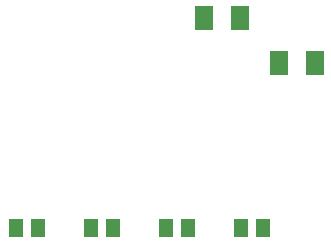
<source format=gbr>
G04 EAGLE Gerber RS-274X export*
G75*
%MOMM*%
%FSLAX34Y34*%
%LPD*%
%INSolderpaste Top*%
%IPPOS*%
%AMOC8*
5,1,8,0,0,1.08239X$1,22.5*%
G01*
%ADD10R,1.500000X2.000000*%
%ADD11R,1.300000X1.600000*%


D10*
X378700Y228600D03*
X408700Y228600D03*
X315200Y266700D03*
X345200Y266700D03*
D11*
X346100Y88900D03*
X365100Y88900D03*
X219100Y88900D03*
X238100Y88900D03*
X282600Y88900D03*
X301600Y88900D03*
X155600Y88900D03*
X174600Y88900D03*
M02*

</source>
